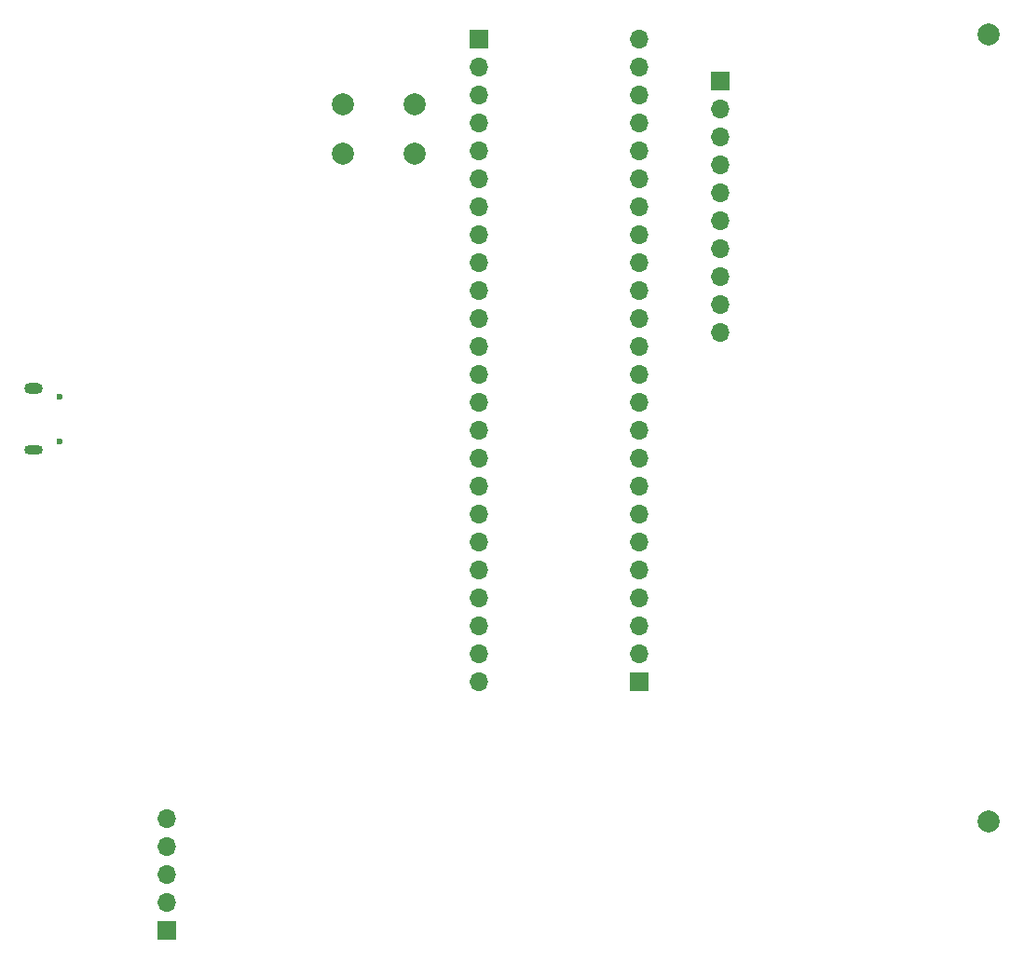
<source format=gbr>
%TF.GenerationSoftware,KiCad,Pcbnew,(7.0.0)*%
%TF.CreationDate,2023-04-24T23:57:33+02:00*%
%TF.ProjectId,main_v0.6,6d61696e-5f76-4302-9e36-2e6b69636164,rev?*%
%TF.SameCoordinates,Original*%
%TF.FileFunction,Soldermask,Bot*%
%TF.FilePolarity,Negative*%
%FSLAX46Y46*%
G04 Gerber Fmt 4.6, Leading zero omitted, Abs format (unit mm)*
G04 Created by KiCad (PCBNEW (7.0.0)) date 2023-04-24 23:57:33*
%MOMM*%
%LPD*%
G01*
G04 APERTURE LIST*
%ADD10R,1.700000X1.700000*%
%ADD11O,1.700000X1.700000*%
%ADD12C,2.000000*%
%ADD13C,0.600000*%
%ADD14O,1.700000X1.000000*%
%ADD15O,1.700000X0.850000*%
G04 APERTURE END LIST*
D10*
%TO.C,J1*%
X131772999Y-53857999D03*
D11*
X131772999Y-56397999D03*
X131772999Y-58937999D03*
X131772999Y-61477999D03*
X131772999Y-64017999D03*
X131772999Y-66557999D03*
X131772999Y-69097999D03*
X131772999Y-71637999D03*
X131772999Y-74177999D03*
X131772999Y-76717999D03*
X131772999Y-79257999D03*
X131772999Y-81797999D03*
X131772999Y-84337999D03*
X131772999Y-86877999D03*
X131772999Y-89417999D03*
X131772999Y-91957999D03*
X131772999Y-94497999D03*
X131772999Y-97037999D03*
X131772999Y-99577999D03*
X131772999Y-102117999D03*
X131772999Y-104657999D03*
X131772999Y-107197999D03*
X131772999Y-109737999D03*
X131772999Y-112277999D03*
%TD*%
D10*
%TO.C,J4*%
X103377999Y-134873999D03*
D11*
X103377999Y-132333999D03*
X103377999Y-129793999D03*
X103377999Y-127253999D03*
X103377999Y-124713999D03*
%TD*%
D10*
%TO.C,J3*%
X153669999Y-57657999D03*
D11*
X153669999Y-60197999D03*
X153669999Y-62737999D03*
X153669999Y-65277999D03*
X153669999Y-67817999D03*
X153669999Y-70357999D03*
X153669999Y-72897999D03*
X153669999Y-75437999D03*
X153669999Y-77977999D03*
X153669999Y-80517999D03*
%TD*%
D10*
%TO.C,J2*%
X146303999Y-112267999D03*
D11*
X146303999Y-109727999D03*
X146303999Y-107187999D03*
X146303999Y-104647999D03*
X146303999Y-102107999D03*
X146303999Y-99567999D03*
X146303999Y-97027999D03*
X146303999Y-94487999D03*
X146303999Y-91947999D03*
X146303999Y-89407999D03*
X146303999Y-86867999D03*
X146303999Y-84327999D03*
X146303999Y-81787999D03*
X146303999Y-79247999D03*
X146303999Y-76707999D03*
X146303999Y-74167999D03*
X146303999Y-71627999D03*
X146303999Y-69087999D03*
X146303999Y-66547999D03*
X146303999Y-64007999D03*
X146303999Y-61467999D03*
X146303999Y-58927999D03*
X146303999Y-56387999D03*
X146303999Y-53847999D03*
%TD*%
D12*
%TO.C,SW1*%
X119432000Y-59726000D03*
X125932000Y-59726000D03*
X119432000Y-64226000D03*
X125932000Y-64226000D03*
%TD*%
%TO.C,BT1*%
X178054000Y-53368000D03*
X178054000Y-124968000D03*
%TD*%
D13*
%TO.C,J5*%
X93654000Y-86361000D03*
X93654000Y-90361000D03*
D14*
X91303999Y-85535999D03*
D15*
X91303999Y-91185999D03*
%TD*%
M02*

</source>
